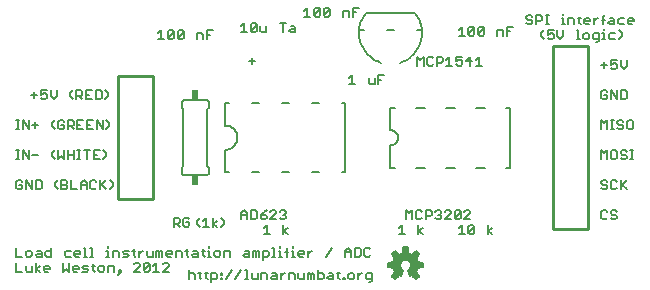
<source format=gto>
G75*
G70*
%OFA0B0*%
%FSLAX24Y24*%
%IPPOS*%
%LPD*%
%AMOC8*
5,1,8,0,0,1.08239X$1,22.5*
%
%ADD10C,0.0050*%
%ADD11C,0.0060*%
%ADD12R,0.0240X0.0340*%
%ADD13C,0.0100*%
%ADD14C,0.0059*%
D10*
X001456Y001206D02*
X001657Y001206D01*
X001779Y001256D02*
X001829Y001206D01*
X001979Y001206D01*
X001979Y001407D01*
X002101Y001507D02*
X002101Y001206D01*
X002101Y001306D02*
X002251Y001206D01*
X002369Y001256D02*
X002369Y001357D01*
X002419Y001407D01*
X002520Y001407D01*
X002570Y001357D01*
X002570Y001306D01*
X002369Y001306D01*
X002369Y001256D02*
X002419Y001206D01*
X002520Y001206D01*
X002251Y001407D02*
X002101Y001306D01*
X001779Y001256D02*
X001779Y001407D01*
X001456Y001507D02*
X001456Y001206D01*
X001456Y001706D02*
X001657Y001706D01*
X001779Y001756D02*
X001829Y001706D01*
X001929Y001706D01*
X001979Y001756D01*
X001979Y001857D01*
X001929Y001907D01*
X001829Y001907D01*
X001779Y001857D01*
X001779Y001756D01*
X001456Y001706D02*
X001456Y002007D01*
X002101Y001756D02*
X002151Y001806D01*
X002301Y001806D01*
X002301Y001857D02*
X002301Y001706D01*
X002151Y001706D01*
X002101Y001756D01*
X002251Y001907D02*
X002301Y001857D01*
X002251Y001907D02*
X002151Y001907D01*
X002423Y001857D02*
X002473Y001907D01*
X002623Y001907D01*
X002623Y002007D02*
X002623Y001706D01*
X002473Y001706D01*
X002423Y001756D01*
X002423Y001857D01*
X003068Y001857D02*
X003068Y001756D01*
X003118Y001706D01*
X003268Y001706D01*
X003390Y001756D02*
X003390Y001857D01*
X003440Y001907D01*
X003540Y001907D01*
X003590Y001857D01*
X003590Y001806D01*
X003390Y001806D01*
X003390Y001756D02*
X003440Y001706D01*
X003540Y001706D01*
X003712Y001706D02*
X003812Y001706D01*
X003762Y001706D02*
X003762Y002007D01*
X003712Y002007D01*
X003927Y002007D02*
X003977Y002007D01*
X003977Y001706D01*
X003927Y001706D02*
X004027Y001706D01*
X004031Y001457D02*
X004031Y001256D01*
X004081Y001206D01*
X004196Y001256D02*
X004246Y001206D01*
X004346Y001206D01*
X004396Y001256D01*
X004396Y001357D01*
X004346Y001407D01*
X004246Y001407D01*
X004196Y001357D01*
X004196Y001256D01*
X004081Y001407D02*
X003981Y001407D01*
X003859Y001407D02*
X003708Y001407D01*
X003658Y001357D01*
X003708Y001306D01*
X003809Y001306D01*
X003859Y001256D01*
X003809Y001206D01*
X003658Y001206D01*
X003536Y001306D02*
X003336Y001306D01*
X003336Y001256D02*
X003336Y001357D01*
X003386Y001407D01*
X003486Y001407D01*
X003536Y001357D01*
X003536Y001306D01*
X003486Y001206D02*
X003386Y001206D01*
X003336Y001256D01*
X003214Y001206D02*
X003214Y001507D01*
X003014Y001507D02*
X003014Y001206D01*
X003114Y001306D01*
X003214Y001206D01*
X003068Y001857D02*
X003118Y001907D01*
X003268Y001907D01*
X004464Y001907D02*
X004514Y001907D01*
X004514Y001706D01*
X004464Y001706D02*
X004564Y001706D01*
X004679Y001706D02*
X004679Y001907D01*
X004829Y001907D01*
X004879Y001857D01*
X004879Y001706D01*
X005001Y001706D02*
X005151Y001706D01*
X005201Y001756D01*
X005151Y001806D01*
X005051Y001806D01*
X005001Y001857D01*
X005051Y001907D01*
X005201Y001907D01*
X005323Y001907D02*
X005423Y001907D01*
X005373Y001957D02*
X005373Y001756D01*
X005423Y001706D01*
X005538Y001706D02*
X005538Y001907D01*
X005638Y001907D02*
X005538Y001806D01*
X005638Y001907D02*
X005688Y001907D01*
X005807Y001907D02*
X005807Y001756D01*
X005857Y001706D01*
X006007Y001706D01*
X006007Y001907D01*
X006129Y001907D02*
X006179Y001907D01*
X006229Y001857D01*
X006279Y001907D01*
X006329Y001857D01*
X006329Y001706D01*
X006229Y001706D02*
X006229Y001857D01*
X006129Y001907D02*
X006129Y001706D01*
X006451Y001756D02*
X006451Y001857D01*
X006501Y001907D01*
X006601Y001907D01*
X006651Y001857D01*
X006651Y001806D01*
X006451Y001806D01*
X006451Y001756D02*
X006501Y001706D01*
X006601Y001706D01*
X006774Y001706D02*
X006774Y001907D01*
X006924Y001907D01*
X006974Y001857D01*
X006974Y001706D01*
X007146Y001756D02*
X007196Y001706D01*
X007146Y001756D02*
X007146Y001957D01*
X007096Y001907D02*
X007196Y001907D01*
X007361Y001907D02*
X007461Y001907D01*
X007511Y001857D01*
X007511Y001706D01*
X007361Y001706D01*
X007311Y001756D01*
X007361Y001806D01*
X007511Y001806D01*
X007633Y001907D02*
X007733Y001907D01*
X007683Y001957D02*
X007683Y001756D01*
X007733Y001706D01*
X007848Y001706D02*
X007948Y001706D01*
X007898Y001706D02*
X007898Y001907D01*
X007848Y001907D01*
X007898Y002007D02*
X007898Y002057D01*
X008063Y001857D02*
X008113Y001907D01*
X008213Y001907D01*
X008263Y001857D01*
X008263Y001756D01*
X008213Y001706D01*
X008113Y001706D01*
X008063Y001756D01*
X008063Y001857D01*
X008385Y001907D02*
X008385Y001706D01*
X008585Y001706D02*
X008585Y001857D01*
X008535Y001907D01*
X008385Y001907D01*
X009029Y001756D02*
X009079Y001806D01*
X009229Y001806D01*
X009229Y001857D02*
X009229Y001706D01*
X009079Y001706D01*
X009029Y001756D01*
X009179Y001907D02*
X009229Y001857D01*
X009179Y001907D02*
X009079Y001907D01*
X009351Y001907D02*
X009402Y001907D01*
X009452Y001857D01*
X009502Y001907D01*
X009552Y001857D01*
X009552Y001706D01*
X009452Y001706D02*
X009452Y001857D01*
X009351Y001907D02*
X009351Y001706D01*
X009674Y001706D02*
X009824Y001706D01*
X009874Y001756D01*
X009874Y001857D01*
X009824Y001907D01*
X009674Y001907D01*
X009674Y001606D01*
X009996Y001706D02*
X010096Y001706D01*
X010046Y001706D02*
X010046Y002007D01*
X009996Y002007D01*
X010211Y001907D02*
X010261Y001907D01*
X010261Y001706D01*
X010211Y001706D02*
X010311Y001706D01*
X010476Y001706D02*
X010476Y001957D01*
X010526Y002007D01*
X010641Y001907D02*
X010691Y001907D01*
X010691Y001706D01*
X010641Y001706D02*
X010741Y001706D01*
X010855Y001756D02*
X010855Y001857D01*
X010905Y001907D01*
X011005Y001907D01*
X011056Y001857D01*
X011056Y001806D01*
X010855Y001806D01*
X010855Y001756D02*
X010905Y001706D01*
X011005Y001706D01*
X011178Y001706D02*
X011178Y001907D01*
X011278Y001907D02*
X011328Y001907D01*
X011278Y001907D02*
X011178Y001806D01*
X010691Y002007D02*
X010691Y002057D01*
X010526Y001857D02*
X010426Y001857D01*
X010261Y002007D02*
X010261Y002057D01*
X010351Y002456D02*
X010351Y002757D01*
X010501Y002657D02*
X010351Y002556D01*
X010501Y002456D01*
X009907Y002456D02*
X009706Y002456D01*
X009806Y002456D02*
X009806Y002757D01*
X009706Y002657D01*
X009751Y002956D02*
X009651Y002956D01*
X009601Y003006D01*
X009601Y003107D01*
X009751Y003107D01*
X009801Y003056D01*
X009801Y003006D01*
X009751Y002956D01*
X009923Y002956D02*
X010123Y003157D01*
X010123Y003207D01*
X010073Y003257D01*
X009973Y003257D01*
X009923Y003207D01*
X009801Y003257D02*
X009701Y003207D01*
X009601Y003107D01*
X009479Y003207D02*
X009479Y003006D01*
X009429Y002956D01*
X009279Y002956D01*
X009279Y003257D01*
X009429Y003257D01*
X009479Y003207D01*
X009157Y003157D02*
X009157Y002956D01*
X009157Y003107D02*
X008956Y003107D01*
X008956Y003157D02*
X008956Y002956D01*
X008956Y003157D02*
X009056Y003257D01*
X009157Y003157D01*
X009923Y002956D02*
X010123Y002956D01*
X010245Y003006D02*
X010295Y002956D01*
X010396Y002956D01*
X010446Y003006D01*
X010446Y003056D01*
X010396Y003107D01*
X010345Y003107D01*
X010396Y003107D02*
X010446Y003157D01*
X010446Y003207D01*
X010396Y003257D01*
X010295Y003257D01*
X010245Y003207D01*
X008378Y002907D02*
X008378Y002806D01*
X008278Y002706D01*
X008160Y002706D02*
X008010Y002806D01*
X008160Y002907D01*
X008278Y003007D02*
X008378Y002907D01*
X008010Y003007D02*
X008010Y002706D01*
X007888Y002706D02*
X007687Y002706D01*
X007788Y002706D02*
X007788Y003007D01*
X007687Y002907D01*
X007573Y003007D02*
X007473Y002907D01*
X007473Y002806D01*
X007573Y002706D01*
X007229Y002756D02*
X007229Y002857D01*
X007129Y002857D01*
X007229Y002957D02*
X007179Y003007D01*
X007079Y003007D01*
X007029Y002957D01*
X007029Y002756D01*
X007079Y002706D01*
X007179Y002706D01*
X007229Y002756D01*
X006907Y002706D02*
X006806Y002806D01*
X006857Y002806D02*
X006706Y002806D01*
X006706Y002706D02*
X006706Y003007D01*
X006857Y003007D01*
X006907Y002957D01*
X006907Y002857D01*
X006857Y002806D01*
X004514Y002057D02*
X004514Y002007D01*
X005377Y001457D02*
X005427Y001507D01*
X005527Y001507D01*
X005577Y001457D01*
X005577Y001407D01*
X005377Y001206D01*
X005577Y001206D01*
X005699Y001256D02*
X005749Y001206D01*
X005849Y001206D01*
X005899Y001256D01*
X005899Y001457D01*
X005699Y001256D01*
X005699Y001457D01*
X005749Y001507D01*
X005849Y001507D01*
X005899Y001457D01*
X006022Y001407D02*
X006122Y001507D01*
X006122Y001206D01*
X006022Y001206D02*
X006222Y001206D01*
X006344Y001206D02*
X006544Y001407D01*
X006544Y001457D01*
X006494Y001507D01*
X006394Y001507D01*
X006344Y001457D01*
X006344Y001206D02*
X006544Y001206D01*
X007206Y001257D02*
X007206Y000956D01*
X007206Y001107D02*
X007256Y001157D01*
X007357Y001157D01*
X007407Y001107D01*
X007407Y000956D01*
X007579Y001006D02*
X007629Y000956D01*
X007579Y001006D02*
X007579Y001207D01*
X007529Y001157D02*
X007629Y001157D01*
X007744Y001157D02*
X007844Y001157D01*
X007794Y001207D02*
X007794Y001006D01*
X007844Y000956D01*
X007958Y000956D02*
X008108Y000956D01*
X008159Y001006D01*
X008159Y001107D01*
X008108Y001157D01*
X007958Y001157D01*
X007958Y000856D01*
X008281Y000956D02*
X008281Y001006D01*
X008331Y001006D01*
X008331Y000956D01*
X008281Y000956D01*
X008281Y001107D02*
X008281Y001157D01*
X008331Y001157D01*
X008331Y001107D01*
X008281Y001107D01*
X008442Y000956D02*
X008642Y001257D01*
X008964Y001257D02*
X008764Y000956D01*
X009086Y000956D02*
X009186Y000956D01*
X009136Y000956D02*
X009136Y001257D01*
X009086Y001257D01*
X009301Y001157D02*
X009301Y001006D01*
X009351Y000956D01*
X009501Y000956D01*
X009501Y001157D01*
X009623Y001157D02*
X009773Y001157D01*
X009823Y001107D01*
X009823Y000956D01*
X009946Y001006D02*
X009996Y001056D01*
X010146Y001056D01*
X010146Y001107D02*
X010146Y000956D01*
X009996Y000956D01*
X009946Y001006D01*
X009996Y001157D02*
X010096Y001157D01*
X010146Y001107D01*
X010268Y001157D02*
X010268Y000956D01*
X010268Y001056D02*
X010368Y001157D01*
X010418Y001157D01*
X010536Y001157D02*
X010686Y001157D01*
X010736Y001107D01*
X010736Y000956D01*
X010859Y001006D02*
X010909Y000956D01*
X011059Y000956D01*
X011059Y001157D01*
X011181Y001157D02*
X011231Y001157D01*
X011281Y001107D01*
X011331Y001157D01*
X011381Y001107D01*
X011381Y000956D01*
X011281Y000956D02*
X011281Y001107D01*
X011181Y001157D02*
X011181Y000956D01*
X011503Y000956D02*
X011653Y000956D01*
X011703Y001006D01*
X011703Y001107D01*
X011653Y001157D01*
X011503Y001157D01*
X011503Y001257D02*
X011503Y000956D01*
X011825Y001006D02*
X011875Y000956D01*
X012025Y000956D01*
X012025Y001107D01*
X011975Y001157D01*
X011875Y001157D01*
X011875Y001056D02*
X012025Y001056D01*
X011875Y001056D02*
X011825Y001006D01*
X012148Y001157D02*
X012248Y001157D01*
X012198Y001207D02*
X012198Y001006D01*
X012248Y000956D01*
X012362Y000956D02*
X012362Y001006D01*
X012412Y001006D01*
X012412Y000956D01*
X012362Y000956D01*
X012523Y001006D02*
X012574Y000956D01*
X012674Y000956D01*
X012724Y001006D01*
X012724Y001107D01*
X012674Y001157D01*
X012574Y001157D01*
X012523Y001107D01*
X012523Y001006D01*
X012846Y000956D02*
X012846Y001157D01*
X012946Y001157D02*
X012996Y001157D01*
X012946Y001157D02*
X012846Y001056D01*
X013114Y001006D02*
X013164Y000956D01*
X013314Y000956D01*
X013314Y000906D02*
X013314Y001157D01*
X013164Y001157D01*
X013114Y001107D01*
X013114Y001006D01*
X013264Y000856D02*
X013314Y000906D01*
X013264Y000856D02*
X013214Y000856D01*
X013207Y001706D02*
X013107Y001706D01*
X013057Y001756D01*
X013057Y001957D01*
X013107Y002007D01*
X013207Y002007D01*
X013258Y001957D01*
X013258Y001756D02*
X013207Y001706D01*
X012935Y001756D02*
X012935Y001957D01*
X012885Y002007D01*
X012735Y002007D01*
X012735Y001706D01*
X012885Y001706D01*
X012935Y001756D01*
X012613Y001706D02*
X012613Y001907D01*
X012513Y002007D01*
X012413Y001907D01*
X012413Y001706D01*
X012413Y001857D02*
X012613Y001857D01*
X011969Y002007D02*
X011768Y001706D01*
X010859Y001157D02*
X010859Y001006D01*
X010536Y000956D02*
X010536Y001157D01*
X009623Y001157D02*
X009623Y000956D01*
X004940Y001206D02*
X004890Y001206D01*
X004890Y001256D01*
X004940Y001256D01*
X004940Y001206D01*
X004840Y001106D01*
X004718Y001206D02*
X004718Y001357D01*
X004668Y001407D01*
X004518Y001407D01*
X004518Y001206D01*
X004571Y003956D02*
X004672Y004056D01*
X004672Y004157D01*
X004571Y004257D01*
X004449Y004257D02*
X004249Y004056D01*
X004299Y004107D02*
X004449Y003956D01*
X004249Y003956D02*
X004249Y004257D01*
X004127Y004207D02*
X004077Y004257D01*
X003977Y004257D01*
X003927Y004207D01*
X003927Y004006D01*
X003977Y003956D01*
X004077Y003956D01*
X004127Y004006D01*
X003805Y003956D02*
X003805Y004157D01*
X003705Y004257D01*
X003605Y004157D01*
X003605Y003956D01*
X003483Y003956D02*
X003282Y003956D01*
X003282Y004257D01*
X003160Y004207D02*
X003160Y004157D01*
X003110Y004107D01*
X002960Y004107D01*
X002960Y004257D02*
X002960Y003956D01*
X003110Y003956D01*
X003160Y004006D01*
X003160Y004056D01*
X003110Y004107D01*
X003160Y004207D02*
X003110Y004257D01*
X002960Y004257D01*
X002845Y004257D02*
X002745Y004157D01*
X002745Y004056D01*
X002845Y003956D01*
X002301Y004006D02*
X002251Y003956D01*
X002101Y003956D01*
X002101Y004257D01*
X002251Y004257D01*
X002301Y004207D01*
X002301Y004006D01*
X001979Y003956D02*
X001979Y004257D01*
X001779Y004257D02*
X001979Y003956D01*
X001779Y003956D02*
X001779Y004257D01*
X001657Y004207D02*
X001607Y004257D01*
X001506Y004257D01*
X001456Y004207D01*
X001456Y004006D01*
X001506Y003956D01*
X001607Y003956D01*
X001657Y004006D01*
X001657Y004107D01*
X001556Y004107D01*
X001556Y004956D02*
X001456Y004956D01*
X001506Y004956D02*
X001506Y005257D01*
X001456Y005257D02*
X001556Y005257D01*
X001671Y005257D02*
X001871Y004956D01*
X001871Y005257D01*
X001671Y005257D02*
X001671Y004956D01*
X001994Y005107D02*
X002194Y005107D01*
X002638Y005157D02*
X002738Y005257D01*
X002853Y005257D02*
X002853Y004956D01*
X002953Y005056D01*
X003053Y004956D01*
X003053Y005257D01*
X003175Y005257D02*
X003175Y004956D01*
X003175Y005107D02*
X003375Y005107D01*
X003375Y005257D02*
X003375Y004956D01*
X003497Y004956D02*
X003597Y004956D01*
X003547Y004956D02*
X003547Y005257D01*
X003497Y005257D02*
X003597Y005257D01*
X003712Y005257D02*
X003912Y005257D01*
X003812Y005257D02*
X003812Y004956D01*
X004034Y004956D02*
X004235Y004956D01*
X004357Y004956D02*
X004457Y005056D01*
X004457Y005157D01*
X004357Y005257D01*
X004235Y005257D02*
X004034Y005257D01*
X004034Y004956D01*
X004034Y005107D02*
X004134Y005107D01*
X002738Y004956D02*
X002638Y005056D01*
X002638Y005157D01*
X002738Y005956D02*
X002638Y006056D01*
X002638Y006157D01*
X002738Y006257D01*
X002853Y006207D02*
X002853Y006006D01*
X002903Y005956D01*
X003003Y005956D01*
X003053Y006006D01*
X003053Y006107D01*
X002953Y006107D01*
X003053Y006207D02*
X003003Y006257D01*
X002903Y006257D01*
X002853Y006207D01*
X003175Y006257D02*
X003325Y006257D01*
X003375Y006207D01*
X003375Y006107D01*
X003325Y006056D01*
X003175Y006056D01*
X003175Y005956D02*
X003175Y006257D01*
X003275Y006056D02*
X003375Y005956D01*
X003497Y005956D02*
X003697Y005956D01*
X003820Y005956D02*
X004020Y005956D01*
X004142Y005956D02*
X004142Y006257D01*
X004342Y005956D01*
X004342Y006257D01*
X004464Y006257D02*
X004564Y006157D01*
X004564Y006056D01*
X004464Y005956D01*
X004020Y006257D02*
X003820Y006257D01*
X003820Y005956D01*
X003820Y006107D02*
X003920Y006107D01*
X003597Y006107D02*
X003497Y006107D01*
X003497Y006257D02*
X003497Y005956D01*
X003497Y006257D02*
X003697Y006257D01*
X003660Y006956D02*
X003560Y007056D01*
X003610Y007056D02*
X003460Y007056D01*
X003460Y006956D02*
X003460Y007257D01*
X003610Y007257D01*
X003660Y007207D01*
X003660Y007107D01*
X003610Y007056D01*
X003782Y007107D02*
X003883Y007107D01*
X003782Y007257D02*
X003782Y006956D01*
X003983Y006956D01*
X004105Y006956D02*
X004255Y006956D01*
X004305Y007006D01*
X004305Y007207D01*
X004255Y007257D01*
X004105Y007257D01*
X004105Y006956D01*
X004427Y006956D02*
X004527Y007056D01*
X004527Y007157D01*
X004427Y007257D01*
X003983Y007257D02*
X003782Y007257D01*
X003345Y007257D02*
X003245Y007157D01*
X003245Y007056D01*
X003345Y006956D01*
X002801Y007056D02*
X002801Y007257D01*
X002601Y007257D02*
X002601Y007056D01*
X002701Y006956D01*
X002801Y007056D01*
X002479Y007006D02*
X002429Y006956D01*
X002329Y006956D01*
X002279Y007006D01*
X002279Y007107D02*
X002379Y007157D01*
X002429Y007157D01*
X002479Y007107D01*
X002479Y007006D01*
X002279Y007107D02*
X002279Y007257D01*
X002479Y007257D01*
X002157Y007107D02*
X001956Y007107D01*
X002056Y007207D02*
X002056Y007006D01*
X001871Y006257D02*
X001871Y005956D01*
X001671Y006257D01*
X001671Y005956D01*
X001556Y005956D02*
X001456Y005956D01*
X001506Y005956D02*
X001506Y006257D01*
X001456Y006257D02*
X001556Y006257D01*
X001994Y006107D02*
X002194Y006107D01*
X002094Y006207D02*
X002094Y006006D01*
X003605Y004107D02*
X003805Y004107D01*
X009306Y008131D02*
X009306Y008332D01*
X009206Y008232D02*
X009407Y008232D01*
X007899Y009109D02*
X007799Y009109D01*
X007677Y009109D02*
X007677Y008958D01*
X007799Y008958D02*
X007799Y009259D01*
X007999Y009259D01*
X007677Y009109D02*
X007627Y009159D01*
X007477Y009159D01*
X007477Y008958D01*
X007032Y009008D02*
X007032Y009209D01*
X006832Y009008D01*
X006882Y008958D01*
X006982Y008958D01*
X007032Y009008D01*
X006832Y009008D02*
X006832Y009209D01*
X006882Y009259D01*
X006982Y009259D01*
X007032Y009209D01*
X006710Y009209D02*
X006710Y009008D01*
X006660Y008958D01*
X006560Y008958D01*
X006510Y009008D01*
X006710Y009209D01*
X006660Y009259D01*
X006560Y009259D01*
X006510Y009209D01*
X006510Y009008D01*
X006388Y008958D02*
X006188Y008958D01*
X006288Y008958D02*
X006288Y009259D01*
X006188Y009159D01*
X008951Y009200D02*
X009152Y009200D01*
X009052Y009200D02*
X009052Y009501D01*
X008951Y009400D01*
X009274Y009450D02*
X009274Y009250D01*
X009474Y009450D01*
X009474Y009250D01*
X009424Y009200D01*
X009324Y009200D01*
X009274Y009250D01*
X009596Y009250D02*
X009646Y009200D01*
X009796Y009200D01*
X009796Y009400D01*
X009596Y009400D02*
X009596Y009250D01*
X009474Y009450D02*
X009424Y009501D01*
X009324Y009501D01*
X009274Y009450D01*
X010240Y009501D02*
X010441Y009501D01*
X010341Y009501D02*
X010341Y009200D01*
X010563Y009250D02*
X010613Y009300D01*
X010763Y009300D01*
X010763Y009350D02*
X010763Y009200D01*
X010613Y009200D01*
X010563Y009250D01*
X010613Y009400D02*
X010713Y009400D01*
X010763Y009350D01*
X011063Y009708D02*
X011263Y009708D01*
X011163Y009708D02*
X011163Y010009D01*
X011063Y009909D01*
X011385Y009959D02*
X011385Y009758D01*
X011585Y009959D01*
X011585Y009758D01*
X011535Y009708D01*
X011435Y009708D01*
X011385Y009758D01*
X011707Y009758D02*
X011907Y009959D01*
X011907Y009758D01*
X011857Y009708D01*
X011757Y009708D01*
X011707Y009758D01*
X011707Y009959D01*
X011757Y010009D01*
X011857Y010009D01*
X011907Y009959D01*
X011585Y009959D02*
X011535Y010009D01*
X011435Y010009D01*
X011385Y009959D01*
X012352Y009909D02*
X012352Y009708D01*
X012552Y009708D02*
X012552Y009859D01*
X012502Y009909D01*
X012352Y009909D01*
X012674Y009859D02*
X012774Y009859D01*
X012674Y010009D02*
X012674Y009708D01*
X013107Y009831D02*
X014756Y009831D01*
X014819Y009281D02*
X014977Y009281D01*
X014044Y009281D02*
X013819Y009281D01*
X014756Y009831D02*
X014791Y009783D01*
X014824Y009733D01*
X014855Y009681D01*
X014882Y009627D01*
X014906Y009572D01*
X014926Y009515D01*
X014944Y009458D01*
X014958Y009400D01*
X014969Y009341D01*
X014976Y009281D01*
X013621Y008178D02*
X013561Y008198D01*
X013502Y008222D01*
X013445Y008250D01*
X013390Y008281D01*
X013336Y008316D01*
X013285Y008353D01*
X013236Y008394D01*
X013190Y008438D01*
X013146Y008484D01*
X013105Y008533D01*
X013067Y008584D01*
X013033Y008637D01*
X013001Y008693D01*
X012974Y008750D01*
X012949Y008809D01*
X012929Y008869D01*
X012911Y008930D01*
X012898Y008992D01*
X012889Y009055D01*
X012883Y009118D01*
X012881Y009182D01*
X012883Y009246D01*
X012889Y009309D01*
X012898Y009372D01*
X012912Y009434D01*
X012929Y009495D01*
X012950Y009555D01*
X012974Y009614D01*
X013002Y009671D01*
X013034Y009727D01*
X013069Y009780D01*
X013106Y009831D01*
X012874Y010009D02*
X012674Y010009D01*
X012886Y009281D02*
X013044Y009281D01*
X014241Y008178D02*
X014300Y008198D01*
X014357Y008221D01*
X014414Y008248D01*
X014468Y008279D01*
X014521Y008312D01*
X014571Y008349D01*
X014620Y008388D01*
X014665Y008431D01*
X014709Y008476D01*
X014749Y008523D01*
X014787Y008573D01*
X014822Y008625D01*
X014853Y008679D01*
X014881Y008734D01*
X014906Y008791D01*
X014927Y008850D01*
X014945Y008910D01*
X014960Y008971D01*
X014970Y009032D01*
X014977Y009094D01*
X014981Y009156D01*
X014980Y009219D01*
X014976Y009281D01*
X016206Y009282D02*
X016306Y009382D01*
X016306Y009081D01*
X016206Y009081D02*
X016407Y009081D01*
X016529Y009131D02*
X016729Y009332D01*
X016729Y009131D01*
X016679Y009081D01*
X016579Y009081D01*
X016529Y009131D01*
X016529Y009332D01*
X016579Y009382D01*
X016679Y009382D01*
X016729Y009332D01*
X016851Y009332D02*
X016901Y009382D01*
X017001Y009382D01*
X017051Y009332D01*
X016851Y009131D01*
X016901Y009081D01*
X017001Y009081D01*
X017051Y009131D01*
X017051Y009332D01*
X016851Y009332D02*
X016851Y009131D01*
X017495Y009081D02*
X017495Y009282D01*
X017646Y009282D01*
X017696Y009232D01*
X017696Y009081D01*
X017818Y009081D02*
X017818Y009382D01*
X018018Y009382D01*
X017918Y009232D02*
X017818Y009232D01*
X018456Y009506D02*
X018506Y009456D01*
X018607Y009456D01*
X018657Y009506D01*
X018657Y009556D01*
X018607Y009607D01*
X018506Y009607D01*
X018456Y009657D01*
X018456Y009707D01*
X018506Y009757D01*
X018607Y009757D01*
X018657Y009707D01*
X018779Y009757D02*
X018929Y009757D01*
X018979Y009707D01*
X018979Y009607D01*
X018929Y009556D01*
X018779Y009556D01*
X018779Y009456D02*
X018779Y009757D01*
X019101Y009757D02*
X019201Y009757D01*
X019151Y009757D02*
X019151Y009456D01*
X019101Y009456D02*
X019201Y009456D01*
X019638Y009456D02*
X019738Y009456D01*
X019688Y009456D02*
X019688Y009657D01*
X019638Y009657D01*
X019688Y009757D02*
X019688Y009807D01*
X019853Y009657D02*
X020003Y009657D01*
X020053Y009607D01*
X020053Y009456D01*
X020225Y009506D02*
X020275Y009456D01*
X020225Y009506D02*
X020225Y009707D01*
X020175Y009657D02*
X020275Y009657D01*
X020390Y009607D02*
X020390Y009506D01*
X020440Y009456D01*
X020540Y009456D01*
X020590Y009556D02*
X020390Y009556D01*
X020390Y009607D02*
X020440Y009657D01*
X020540Y009657D01*
X020590Y009607D01*
X020590Y009556D01*
X020712Y009556D02*
X020812Y009657D01*
X020862Y009657D01*
X020981Y009607D02*
X021081Y009607D01*
X021031Y009707D02*
X021031Y009456D01*
X021196Y009506D02*
X021246Y009556D01*
X021396Y009556D01*
X021396Y009607D02*
X021396Y009456D01*
X021246Y009456D01*
X021196Y009506D01*
X021246Y009657D02*
X021346Y009657D01*
X021396Y009607D01*
X021518Y009607D02*
X021518Y009506D01*
X021568Y009456D01*
X021718Y009456D01*
X021840Y009506D02*
X021840Y009607D01*
X021890Y009657D01*
X021990Y009657D01*
X022040Y009607D01*
X022040Y009556D01*
X021840Y009556D01*
X021840Y009506D02*
X021890Y009456D01*
X021990Y009456D01*
X021718Y009657D02*
X021568Y009657D01*
X021518Y009607D01*
X021081Y009757D02*
X021031Y009707D01*
X020712Y009657D02*
X020712Y009456D01*
X021047Y009307D02*
X021047Y009257D01*
X021047Y009157D02*
X020997Y009157D01*
X021047Y009157D02*
X021047Y008956D01*
X020997Y008956D02*
X021097Y008956D01*
X021212Y009006D02*
X021262Y008956D01*
X021412Y008956D01*
X021534Y008956D02*
X021634Y009056D01*
X021634Y009157D01*
X021534Y009257D01*
X021412Y009157D02*
X021262Y009157D01*
X021212Y009107D01*
X021212Y009006D01*
X020875Y008956D02*
X020725Y008956D01*
X020675Y009006D01*
X020675Y009107D01*
X020725Y009157D01*
X020875Y009157D01*
X020875Y008906D01*
X020825Y008856D01*
X020775Y008856D01*
X020553Y009006D02*
X020503Y008956D01*
X020403Y008956D01*
X020353Y009006D01*
X020353Y009107D01*
X020403Y009157D01*
X020503Y009157D01*
X020553Y009107D01*
X020553Y009006D01*
X020238Y008956D02*
X020138Y008956D01*
X020188Y008956D02*
X020188Y009257D01*
X020138Y009257D01*
X019853Y009456D02*
X019853Y009657D01*
X019694Y009257D02*
X019694Y009056D01*
X019594Y008956D01*
X019494Y009056D01*
X019494Y009257D01*
X019371Y009257D02*
X019171Y009257D01*
X019171Y009107D01*
X019271Y009157D01*
X019321Y009157D01*
X019371Y009107D01*
X019371Y009006D01*
X019321Y008956D01*
X019221Y008956D01*
X019171Y009006D01*
X019056Y008956D02*
X018956Y009056D01*
X018956Y009157D01*
X019056Y009257D01*
X021056Y008207D02*
X021056Y008006D01*
X020956Y008107D02*
X021157Y008107D01*
X021279Y008107D02*
X021379Y008157D01*
X021429Y008157D01*
X021479Y008107D01*
X021479Y008006D01*
X021429Y007956D01*
X021329Y007956D01*
X021279Y008006D01*
X021279Y008107D02*
X021279Y008257D01*
X021479Y008257D01*
X021601Y008257D02*
X021601Y008056D01*
X021701Y007956D01*
X021801Y008056D01*
X021801Y008257D01*
X021751Y007257D02*
X021601Y007257D01*
X021601Y006956D01*
X021751Y006956D01*
X021801Y007006D01*
X021801Y007207D01*
X021751Y007257D01*
X021479Y007257D02*
X021479Y006956D01*
X021279Y007257D01*
X021279Y006956D01*
X021157Y007006D02*
X021157Y007107D01*
X021056Y007107D01*
X020956Y007207D02*
X020956Y007006D01*
X021006Y006956D01*
X021107Y006956D01*
X021157Y007006D01*
X021157Y007207D02*
X021107Y007257D01*
X021006Y007257D01*
X020956Y007207D01*
X020956Y006257D02*
X021056Y006157D01*
X021157Y006257D01*
X021157Y005956D01*
X021279Y005956D02*
X021379Y005956D01*
X021329Y005956D02*
X021329Y006257D01*
X021279Y006257D02*
X021379Y006257D01*
X021494Y006207D02*
X021494Y006157D01*
X021544Y006107D01*
X021644Y006107D01*
X021694Y006056D01*
X021694Y006006D01*
X021644Y005956D01*
X021544Y005956D01*
X021494Y006006D01*
X021494Y006207D02*
X021544Y006257D01*
X021644Y006257D01*
X021694Y006207D01*
X021816Y006207D02*
X021816Y006006D01*
X021866Y005956D01*
X021966Y005956D01*
X022016Y006006D01*
X022016Y006207D01*
X021966Y006257D01*
X021866Y006257D01*
X021816Y006207D01*
X020956Y006257D02*
X020956Y005956D01*
X020956Y005257D02*
X021056Y005157D01*
X021157Y005257D01*
X021157Y004956D01*
X021279Y005006D02*
X021329Y004956D01*
X021429Y004956D01*
X021479Y005006D01*
X021479Y005207D01*
X021429Y005257D01*
X021329Y005257D01*
X021279Y005207D01*
X021279Y005006D01*
X021601Y005006D02*
X021651Y004956D01*
X021751Y004956D01*
X021801Y005006D01*
X021801Y005056D01*
X021751Y005107D01*
X021651Y005107D01*
X021601Y005157D01*
X021601Y005207D01*
X021651Y005257D01*
X021751Y005257D01*
X021801Y005207D01*
X021923Y005257D02*
X022023Y005257D01*
X021973Y005257D02*
X021973Y004956D01*
X021923Y004956D02*
X022023Y004956D01*
X020956Y004956D02*
X020956Y005257D01*
X021006Y004257D02*
X020956Y004207D01*
X020956Y004157D01*
X021006Y004107D01*
X021107Y004107D01*
X021157Y004056D01*
X021157Y004006D01*
X021107Y003956D01*
X021006Y003956D01*
X020956Y004006D01*
X021157Y004207D02*
X021107Y004257D01*
X021006Y004257D01*
X021279Y004207D02*
X021279Y004006D01*
X021329Y003956D01*
X021429Y003956D01*
X021479Y004006D01*
X021601Y003956D02*
X021601Y004257D01*
X021479Y004207D02*
X021429Y004257D01*
X021329Y004257D01*
X021279Y004207D01*
X021601Y004056D02*
X021801Y004257D01*
X021651Y004107D02*
X021801Y003956D01*
X021429Y003257D02*
X021329Y003257D01*
X021279Y003207D01*
X021279Y003157D01*
X021329Y003107D01*
X021429Y003107D01*
X021479Y003056D01*
X021479Y003006D01*
X021429Y002956D01*
X021329Y002956D01*
X021279Y003006D01*
X021157Y003006D02*
X021107Y002956D01*
X021006Y002956D01*
X020956Y003006D01*
X020956Y003207D01*
X021006Y003257D01*
X021107Y003257D01*
X021157Y003207D01*
X021429Y003257D02*
X021479Y003207D01*
X017323Y002657D02*
X017173Y002556D01*
X017323Y002456D01*
X017173Y002456D02*
X017173Y002757D01*
X016729Y002707D02*
X016729Y002506D01*
X016679Y002456D01*
X016579Y002456D01*
X016529Y002506D01*
X016729Y002707D01*
X016679Y002757D01*
X016579Y002757D01*
X016529Y002707D01*
X016529Y002506D01*
X016407Y002456D02*
X016206Y002456D01*
X016306Y002456D02*
X016306Y002757D01*
X016206Y002657D01*
X016218Y002956D02*
X016118Y002956D01*
X016068Y003006D01*
X016268Y003207D01*
X016268Y003006D01*
X016218Y002956D01*
X016068Y003006D02*
X016068Y003207D01*
X016118Y003257D01*
X016218Y003257D01*
X016268Y003207D01*
X016390Y003207D02*
X016440Y003257D01*
X016540Y003257D01*
X016590Y003207D01*
X016590Y003157D01*
X016390Y002956D01*
X016590Y002956D01*
X015946Y002956D02*
X015745Y002956D01*
X015946Y003157D01*
X015946Y003207D01*
X015896Y003257D01*
X015795Y003257D01*
X015745Y003207D01*
X015623Y003207D02*
X015573Y003257D01*
X015473Y003257D01*
X015423Y003207D01*
X015301Y003207D02*
X015301Y003107D01*
X015251Y003056D01*
X015101Y003056D01*
X015101Y002956D02*
X015101Y003257D01*
X015251Y003257D01*
X015301Y003207D01*
X015423Y003006D02*
X015473Y002956D01*
X015573Y002956D01*
X015623Y003006D01*
X015623Y003056D01*
X015573Y003107D01*
X015523Y003107D01*
X015573Y003107D02*
X015623Y003157D01*
X015623Y003207D01*
X014979Y003207D02*
X014929Y003257D01*
X014829Y003257D01*
X014779Y003207D01*
X014779Y003006D01*
X014829Y002956D01*
X014929Y002956D01*
X014979Y003006D01*
X014657Y002956D02*
X014657Y003257D01*
X014556Y003157D01*
X014456Y003257D01*
X014456Y002956D01*
X014306Y002757D02*
X014306Y002456D01*
X014206Y002456D02*
X014407Y002456D01*
X014206Y002657D02*
X014306Y002757D01*
X014851Y002757D02*
X014851Y002456D01*
X014851Y002556D02*
X015001Y002456D01*
X014851Y002556D02*
X015001Y002657D01*
X013529Y007458D02*
X013529Y007759D01*
X013730Y007759D01*
X013630Y007609D02*
X013529Y007609D01*
X013407Y007659D02*
X013407Y007458D01*
X013257Y007458D01*
X013207Y007508D01*
X013207Y007659D01*
X012763Y007458D02*
X012563Y007458D01*
X012663Y007458D02*
X012663Y007759D01*
X012563Y007659D01*
X014831Y008081D02*
X014831Y008382D01*
X014931Y008282D01*
X015032Y008382D01*
X015032Y008081D01*
X015154Y008131D02*
X015204Y008081D01*
X015304Y008081D01*
X015354Y008131D01*
X015476Y008081D02*
X015476Y008382D01*
X015626Y008382D01*
X015676Y008332D01*
X015676Y008232D01*
X015626Y008181D01*
X015476Y008181D01*
X015354Y008332D02*
X015304Y008382D01*
X015204Y008382D01*
X015154Y008332D01*
X015154Y008131D01*
X015798Y008081D02*
X015998Y008081D01*
X015898Y008081D02*
X015898Y008382D01*
X015798Y008282D01*
X016120Y008232D02*
X016120Y008382D01*
X016321Y008382D01*
X016271Y008282D02*
X016321Y008232D01*
X016321Y008131D01*
X016271Y008081D01*
X016170Y008081D01*
X016120Y008131D01*
X016120Y008232D02*
X016220Y008282D01*
X016271Y008282D01*
X016443Y008232D02*
X016593Y008382D01*
X016593Y008081D01*
X016765Y008081D02*
X016965Y008081D01*
X016865Y008081D02*
X016865Y008382D01*
X016765Y008282D01*
X016643Y008232D02*
X016443Y008232D01*
D11*
X016775Y006681D02*
X017088Y006681D01*
X017775Y006681D02*
X017931Y006681D01*
X017931Y004681D01*
X017775Y004681D01*
X017088Y004681D02*
X016775Y004681D01*
X016088Y004681D02*
X015775Y004681D01*
X015088Y004681D02*
X014775Y004681D01*
X014088Y004681D02*
X013931Y004681D01*
X013931Y005431D01*
X013961Y005433D01*
X013991Y005438D01*
X014020Y005447D01*
X014047Y005460D01*
X014073Y005475D01*
X014097Y005494D01*
X014118Y005515D01*
X014137Y005539D01*
X014152Y005565D01*
X014165Y005592D01*
X014174Y005621D01*
X014179Y005651D01*
X014181Y005681D01*
X014179Y005711D01*
X014174Y005741D01*
X014165Y005770D01*
X014152Y005797D01*
X014137Y005823D01*
X014118Y005847D01*
X014097Y005868D01*
X014073Y005887D01*
X014047Y005902D01*
X014020Y005915D01*
X013991Y005924D01*
X013961Y005929D01*
X013931Y005931D01*
X013931Y006681D01*
X014088Y006681D01*
X014775Y006681D02*
X015088Y006681D01*
X015775Y006681D02*
X016088Y006681D01*
X012431Y006831D02*
X012306Y006831D01*
X012431Y006831D02*
X012431Y004531D01*
X012306Y004531D01*
X011556Y004531D02*
X011306Y004531D01*
X010556Y004531D02*
X010306Y004531D01*
X009556Y004531D02*
X009306Y004531D01*
X008556Y004531D02*
X008431Y004531D01*
X008431Y005281D01*
X008470Y005283D01*
X008509Y005289D01*
X008547Y005298D01*
X008584Y005311D01*
X008620Y005328D01*
X008653Y005348D01*
X008685Y005372D01*
X008714Y005398D01*
X008740Y005427D01*
X008764Y005459D01*
X008784Y005492D01*
X008801Y005528D01*
X008814Y005565D01*
X008823Y005603D01*
X008829Y005642D01*
X008831Y005681D01*
X008829Y005720D01*
X008823Y005759D01*
X008814Y005797D01*
X008801Y005834D01*
X008784Y005870D01*
X008764Y005903D01*
X008740Y005935D01*
X008714Y005964D01*
X008685Y005990D01*
X008653Y006014D01*
X008620Y006034D01*
X008584Y006051D01*
X008547Y006064D01*
X008509Y006073D01*
X008470Y006079D01*
X008431Y006081D01*
X008431Y006831D01*
X008556Y006831D01*
X007881Y006831D02*
X007881Y006681D01*
X007831Y006631D01*
X007831Y004731D01*
X007881Y004681D01*
X007881Y004531D01*
X007879Y004514D01*
X007875Y004497D01*
X007868Y004481D01*
X007858Y004467D01*
X007845Y004454D01*
X007831Y004444D01*
X007815Y004437D01*
X007798Y004433D01*
X007781Y004431D01*
X007081Y004431D01*
X007064Y004433D01*
X007047Y004437D01*
X007031Y004444D01*
X007017Y004454D01*
X007004Y004467D01*
X006994Y004481D01*
X006987Y004497D01*
X006983Y004514D01*
X006981Y004531D01*
X006981Y004681D01*
X007031Y004731D01*
X007031Y006631D01*
X006981Y006681D01*
X006981Y006831D01*
X006983Y006848D01*
X006987Y006865D01*
X006994Y006881D01*
X007004Y006895D01*
X007017Y006908D01*
X007031Y006918D01*
X007047Y006925D01*
X007064Y006929D01*
X007081Y006931D01*
X007781Y006931D01*
X007798Y006929D01*
X007815Y006925D01*
X007831Y006918D01*
X007845Y006908D01*
X007858Y006895D01*
X007868Y006881D01*
X007875Y006865D01*
X007879Y006848D01*
X007881Y006831D01*
X009306Y006831D02*
X009556Y006831D01*
X010306Y006831D02*
X010556Y006831D01*
X011306Y006831D02*
X011556Y006831D01*
D12*
X007431Y007101D03*
X007431Y004261D03*
D13*
X006002Y003630D02*
X006002Y007733D01*
X004861Y007733D01*
X004861Y003630D01*
X006002Y003630D01*
X019361Y002630D02*
X020502Y002630D01*
X020502Y008733D01*
X019361Y008733D01*
X019361Y002630D01*
D14*
X015018Y001503D02*
X015018Y001359D01*
X014827Y001340D01*
X014807Y001276D01*
X014776Y001216D01*
X014897Y001068D01*
X014795Y000966D01*
X014647Y001087D01*
X014587Y001056D01*
X014502Y001261D01*
X014541Y001283D01*
X014573Y001313D01*
X014597Y001350D01*
X014612Y001391D01*
X014611Y001391D02*
X015018Y001391D01*
X015018Y001449D02*
X014614Y001449D01*
X014616Y001435D02*
X014610Y001479D01*
X014593Y001520D01*
X014567Y001556D01*
X014534Y001585D01*
X014494Y001605D01*
X014451Y001615D01*
X014407Y001614D01*
X014365Y001603D01*
X014326Y001583D01*
X014293Y001553D01*
X014268Y001517D01*
X014252Y001475D01*
X014247Y001431D01*
X014252Y001388D01*
X014267Y001348D01*
X014291Y001312D01*
X014323Y001282D01*
X014361Y001261D01*
X014276Y001056D01*
X014216Y001087D01*
X014068Y000966D01*
X013966Y001068D01*
X014087Y001216D01*
X014056Y001276D01*
X014036Y001340D01*
X013845Y001359D01*
X013845Y001503D01*
X014036Y001523D01*
X014056Y001587D01*
X014087Y001647D01*
X013966Y001795D01*
X014068Y001897D01*
X014216Y001776D01*
X014276Y001807D01*
X014340Y001827D01*
X014359Y002018D01*
X014503Y002018D01*
X014523Y001827D01*
X014587Y001807D01*
X014647Y001776D01*
X014795Y001897D01*
X014897Y001795D01*
X014776Y001647D01*
X014807Y001587D01*
X014827Y001523D01*
X015018Y001503D01*
X014990Y001506D02*
X014599Y001506D01*
X014558Y001564D02*
X014814Y001564D01*
X014789Y001621D02*
X014074Y001621D01*
X014061Y001679D02*
X014802Y001679D01*
X014849Y001737D02*
X014014Y001737D01*
X013967Y001794D02*
X014194Y001794D01*
X014252Y001794D02*
X014611Y001794D01*
X014669Y001794D02*
X014896Y001794D01*
X014840Y001852D02*
X014740Y001852D01*
X014520Y001852D02*
X014343Y001852D01*
X014348Y001909D02*
X014514Y001909D01*
X014509Y001967D02*
X014354Y001967D01*
X014123Y001852D02*
X014023Y001852D01*
X014049Y001564D02*
X014305Y001564D01*
X014264Y001506D02*
X013873Y001506D01*
X013845Y001449D02*
X014249Y001449D01*
X014252Y001391D02*
X013845Y001391D01*
X014038Y001333D02*
X014276Y001333D01*
X014334Y001276D02*
X014056Y001276D01*
X014086Y001218D02*
X014343Y001218D01*
X014319Y001161D02*
X014042Y001161D01*
X013995Y001103D02*
X014295Y001103D01*
X014165Y001045D02*
X013989Y001045D01*
X014046Y000988D02*
X014094Y000988D01*
X014544Y001161D02*
X014821Y001161D01*
X014777Y001218D02*
X014520Y001218D01*
X014528Y001276D02*
X014806Y001276D01*
X014825Y001333D02*
X014586Y001333D01*
X014612Y001391D02*
X014616Y001435D01*
X014567Y001103D02*
X014868Y001103D01*
X014874Y001045D02*
X014698Y001045D01*
X014768Y000988D02*
X014817Y000988D01*
M02*

</source>
